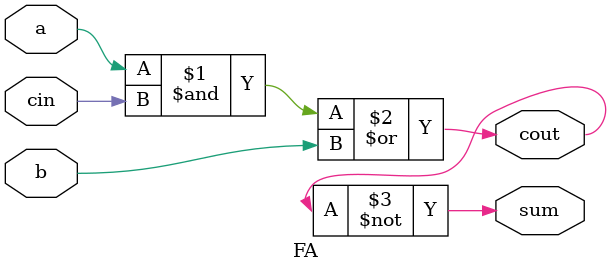
<source format=sv>
module FA(
    input wire a, 
    input wire b, 
    input wire cin,
    output wire sum,
    output wire cout
);
    assign cout = (a&cin) | b;
    assign sum = ~cout;
endmodule
</source>
